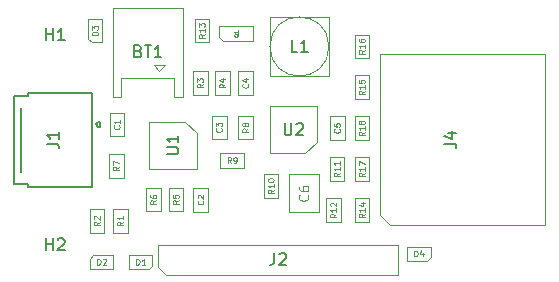
<source format=gbr>
%TF.GenerationSoftware,KiCad,Pcbnew,(5.99.0-10766-geeb405c196)*%
%TF.CreationDate,2021-06-19T10:41:35+04:00*%
%TF.ProjectId,Adafruit-PowerBoost-1000C,41646166-7275-4697-942d-506f77657242,rev?*%
%TF.SameCoordinates,Original*%
%TF.FileFunction,AssemblyDrawing,Top*%
%FSLAX46Y46*%
G04 Gerber Fmt 4.6, Leading zero omitted, Abs format (unit mm)*
G04 Created by KiCad (PCBNEW (5.99.0-10766-geeb405c196)) date 2021-06-19 10:41:35*
%MOMM*%
%LPD*%
G01*
G04 APERTURE LIST*
%ADD10C,0.080000*%
%ADD11C,0.150000*%
%ADD12C,0.120000*%
%ADD13C,0.050000*%
%ADD14C,0.100000*%
G04 APERTURE END LIST*
D10*
%TO.C,C4*%
X119178571Y-83833333D02*
X119202380Y-83857142D01*
X119226190Y-83928571D01*
X119226190Y-83976190D01*
X119202380Y-84047619D01*
X119154761Y-84095238D01*
X119107142Y-84119047D01*
X119011904Y-84142857D01*
X118940476Y-84142857D01*
X118845238Y-84119047D01*
X118797619Y-84095238D01*
X118750000Y-84047619D01*
X118726190Y-83976190D01*
X118726190Y-83928571D01*
X118750000Y-83857142D01*
X118773809Y-83833333D01*
X118892857Y-83404761D02*
X119226190Y-83404761D01*
X118702380Y-83523809D02*
X119059523Y-83642857D01*
X119059523Y-83333333D01*
D11*
%TO.C,L1*%
X123383333Y-81102380D02*
X122907142Y-81102380D01*
X122907142Y-80102380D01*
X124240476Y-81102380D02*
X123669047Y-81102380D01*
X123954761Y-81102380D02*
X123954761Y-80102380D01*
X123859523Y-80245238D01*
X123764285Y-80340476D01*
X123669047Y-80388095D01*
D10*
%TO.C,D2*%
X106430952Y-99126190D02*
X106430952Y-98626190D01*
X106550000Y-98626190D01*
X106621428Y-98650000D01*
X106669047Y-98697619D01*
X106692857Y-98745238D01*
X106716666Y-98840476D01*
X106716666Y-98911904D01*
X106692857Y-99007142D01*
X106669047Y-99054761D01*
X106621428Y-99102380D01*
X106550000Y-99126190D01*
X106430952Y-99126190D01*
X106907142Y-98673809D02*
X106930952Y-98650000D01*
X106978571Y-98626190D01*
X107097619Y-98626190D01*
X107145238Y-98650000D01*
X107169047Y-98673809D01*
X107192857Y-98721428D01*
X107192857Y-98769047D01*
X107169047Y-98840476D01*
X106883333Y-99126190D01*
X107192857Y-99126190D01*
%TO.C,R2*%
X106626190Y-95483333D02*
X106388095Y-95650000D01*
X106626190Y-95769047D02*
X106126190Y-95769047D01*
X106126190Y-95578571D01*
X106150000Y-95530952D01*
X106173809Y-95507142D01*
X106221428Y-95483333D01*
X106292857Y-95483333D01*
X106340476Y-95507142D01*
X106364285Y-95530952D01*
X106388095Y-95578571D01*
X106388095Y-95769047D01*
X106173809Y-95292857D02*
X106150000Y-95269047D01*
X106126190Y-95221428D01*
X106126190Y-95102380D01*
X106150000Y-95054761D01*
X106173809Y-95030952D01*
X106221428Y-95007142D01*
X106269047Y-95007142D01*
X106340476Y-95030952D01*
X106626190Y-95316666D01*
X106626190Y-95007142D01*
%TO.C,R1*%
X108626190Y-95483333D02*
X108388095Y-95650000D01*
X108626190Y-95769047D02*
X108126190Y-95769047D01*
X108126190Y-95578571D01*
X108150000Y-95530952D01*
X108173809Y-95507142D01*
X108221428Y-95483333D01*
X108292857Y-95483333D01*
X108340476Y-95507142D01*
X108364285Y-95530952D01*
X108388095Y-95578571D01*
X108388095Y-95769047D01*
X108626190Y-95007142D02*
X108626190Y-95292857D01*
X108626190Y-95150000D02*
X108126190Y-95150000D01*
X108197619Y-95197619D01*
X108245238Y-95245238D01*
X108269047Y-95292857D01*
D11*
%TO.C,BT1*%
X109914285Y-81028571D02*
X110057142Y-81076190D01*
X110104761Y-81123809D01*
X110152380Y-81219047D01*
X110152380Y-81361904D01*
X110104761Y-81457142D01*
X110057142Y-81504761D01*
X109961904Y-81552380D01*
X109580952Y-81552380D01*
X109580952Y-80552380D01*
X109914285Y-80552380D01*
X110009523Y-80600000D01*
X110057142Y-80647619D01*
X110104761Y-80742857D01*
X110104761Y-80838095D01*
X110057142Y-80933333D01*
X110009523Y-80980952D01*
X109914285Y-81028571D01*
X109580952Y-81028571D01*
X110438095Y-80552380D02*
X111009523Y-80552380D01*
X110723809Y-81552380D02*
X110723809Y-80552380D01*
X111866666Y-81552380D02*
X111295238Y-81552380D01*
X111580952Y-81552380D02*
X111580952Y-80552380D01*
X111485714Y-80695238D01*
X111390476Y-80790476D01*
X111295238Y-80838095D01*
D10*
%TO.C,R15*%
X129076190Y-84424553D02*
X128838095Y-84591220D01*
X129076190Y-84710267D02*
X128576190Y-84710267D01*
X128576190Y-84519791D01*
X128600000Y-84472172D01*
X128623809Y-84448363D01*
X128671428Y-84424553D01*
X128742857Y-84424553D01*
X128790476Y-84448363D01*
X128814285Y-84472172D01*
X128838095Y-84519791D01*
X128838095Y-84710267D01*
X129076190Y-83948363D02*
X129076190Y-84234077D01*
X129076190Y-84091220D02*
X128576190Y-84091220D01*
X128647619Y-84138839D01*
X128695238Y-84186458D01*
X128719047Y-84234077D01*
X128576190Y-83495982D02*
X128576190Y-83734077D01*
X128814285Y-83757886D01*
X128790476Y-83734077D01*
X128766666Y-83686458D01*
X128766666Y-83567410D01*
X128790476Y-83519791D01*
X128814285Y-83495982D01*
X128861904Y-83472172D01*
X128980952Y-83472172D01*
X129028571Y-83495982D01*
X129052380Y-83519791D01*
X129076190Y-83567410D01*
X129076190Y-83686458D01*
X129052380Y-83734077D01*
X129028571Y-83757886D01*
%TO.C,R12*%
X126676190Y-94821428D02*
X126438095Y-94988095D01*
X126676190Y-95107142D02*
X126176190Y-95107142D01*
X126176190Y-94916666D01*
X126200000Y-94869047D01*
X126223809Y-94845238D01*
X126271428Y-94821428D01*
X126342857Y-94821428D01*
X126390476Y-94845238D01*
X126414285Y-94869047D01*
X126438095Y-94916666D01*
X126438095Y-95107142D01*
X126676190Y-94345238D02*
X126676190Y-94630952D01*
X126676190Y-94488095D02*
X126176190Y-94488095D01*
X126247619Y-94535714D01*
X126295238Y-94583333D01*
X126319047Y-94630952D01*
X126223809Y-94154761D02*
X126200000Y-94130952D01*
X126176190Y-94083333D01*
X126176190Y-93964285D01*
X126200000Y-93916666D01*
X126223809Y-93892857D01*
X126271428Y-93869047D01*
X126319047Y-93869047D01*
X126390476Y-93892857D01*
X126676190Y-94178571D01*
X126676190Y-93869047D01*
%TO.C,R8*%
X119226190Y-87583333D02*
X118988095Y-87750000D01*
X119226190Y-87869047D02*
X118726190Y-87869047D01*
X118726190Y-87678571D01*
X118750000Y-87630952D01*
X118773809Y-87607142D01*
X118821428Y-87583333D01*
X118892857Y-87583333D01*
X118940476Y-87607142D01*
X118964285Y-87630952D01*
X118988095Y-87678571D01*
X118988095Y-87869047D01*
X118940476Y-87297619D02*
X118916666Y-87345238D01*
X118892857Y-87369047D01*
X118845238Y-87392857D01*
X118821428Y-87392857D01*
X118773809Y-87369047D01*
X118750000Y-87345238D01*
X118726190Y-87297619D01*
X118726190Y-87202380D01*
X118750000Y-87154761D01*
X118773809Y-87130952D01*
X118821428Y-87107142D01*
X118845238Y-87107142D01*
X118892857Y-87130952D01*
X118916666Y-87154761D01*
X118940476Y-87202380D01*
X118940476Y-87297619D01*
X118964285Y-87345238D01*
X118988095Y-87369047D01*
X119035714Y-87392857D01*
X119130952Y-87392857D01*
X119178571Y-87369047D01*
X119202380Y-87345238D01*
X119226190Y-87297619D01*
X119226190Y-87202380D01*
X119202380Y-87154761D01*
X119178571Y-87130952D01*
X119130952Y-87107142D01*
X119035714Y-87107142D01*
X118988095Y-87130952D01*
X118964285Y-87154761D01*
X118940476Y-87202380D01*
%TO.C,R18*%
X129076190Y-87890178D02*
X128838095Y-88056845D01*
X129076190Y-88175892D02*
X128576190Y-88175892D01*
X128576190Y-87985416D01*
X128600000Y-87937797D01*
X128623809Y-87913988D01*
X128671428Y-87890178D01*
X128742857Y-87890178D01*
X128790476Y-87913988D01*
X128814285Y-87937797D01*
X128838095Y-87985416D01*
X128838095Y-88175892D01*
X129076190Y-87413988D02*
X129076190Y-87699702D01*
X129076190Y-87556845D02*
X128576190Y-87556845D01*
X128647619Y-87604464D01*
X128695238Y-87652083D01*
X128719047Y-87699702D01*
X128790476Y-87128273D02*
X128766666Y-87175892D01*
X128742857Y-87199702D01*
X128695238Y-87223511D01*
X128671428Y-87223511D01*
X128623809Y-87199702D01*
X128600000Y-87175892D01*
X128576190Y-87128273D01*
X128576190Y-87033035D01*
X128600000Y-86985416D01*
X128623809Y-86961607D01*
X128671428Y-86937797D01*
X128695238Y-86937797D01*
X128742857Y-86961607D01*
X128766666Y-86985416D01*
X128790476Y-87033035D01*
X128790476Y-87128273D01*
X128814285Y-87175892D01*
X128838095Y-87199702D01*
X128885714Y-87223511D01*
X128980952Y-87223511D01*
X129028571Y-87199702D01*
X129052380Y-87175892D01*
X129076190Y-87128273D01*
X129076190Y-87033035D01*
X129052380Y-86985416D01*
X129028571Y-86961607D01*
X128980952Y-86937797D01*
X128885714Y-86937797D01*
X128838095Y-86961607D01*
X128814285Y-86985416D01*
X128790476Y-87033035D01*
%TO.C,C3*%
X116928571Y-87583333D02*
X116952380Y-87607142D01*
X116976190Y-87678571D01*
X116976190Y-87726190D01*
X116952380Y-87797619D01*
X116904761Y-87845238D01*
X116857142Y-87869047D01*
X116761904Y-87892857D01*
X116690476Y-87892857D01*
X116595238Y-87869047D01*
X116547619Y-87845238D01*
X116500000Y-87797619D01*
X116476190Y-87726190D01*
X116476190Y-87678571D01*
X116500000Y-87607142D01*
X116523809Y-87583333D01*
X116476190Y-87416666D02*
X116476190Y-87107142D01*
X116666666Y-87273809D01*
X116666666Y-87202380D01*
X116690476Y-87154761D01*
X116714285Y-87130952D01*
X116761904Y-87107142D01*
X116880952Y-87107142D01*
X116928571Y-87130952D01*
X116952380Y-87154761D01*
X116976190Y-87202380D01*
X116976190Y-87345238D01*
X116952380Y-87392857D01*
X116928571Y-87416666D01*
%TO.C,R16*%
X129076190Y-80958928D02*
X128838095Y-81125595D01*
X129076190Y-81244642D02*
X128576190Y-81244642D01*
X128576190Y-81054166D01*
X128600000Y-81006547D01*
X128623809Y-80982738D01*
X128671428Y-80958928D01*
X128742857Y-80958928D01*
X128790476Y-80982738D01*
X128814285Y-81006547D01*
X128838095Y-81054166D01*
X128838095Y-81244642D01*
X129076190Y-80482738D02*
X129076190Y-80768452D01*
X129076190Y-80625595D02*
X128576190Y-80625595D01*
X128647619Y-80673214D01*
X128695238Y-80720833D01*
X128719047Y-80768452D01*
X128576190Y-80054166D02*
X128576190Y-80149404D01*
X128600000Y-80197023D01*
X128623809Y-80220833D01*
X128695238Y-80268452D01*
X128790476Y-80292261D01*
X128980952Y-80292261D01*
X129028571Y-80268452D01*
X129052380Y-80244642D01*
X129076190Y-80197023D01*
X129076190Y-80101785D01*
X129052380Y-80054166D01*
X129028571Y-80030357D01*
X128980952Y-80006547D01*
X128861904Y-80006547D01*
X128814285Y-80030357D01*
X128790476Y-80054166D01*
X128766666Y-80101785D01*
X128766666Y-80197023D01*
X128790476Y-80244642D01*
X128814285Y-80268452D01*
X128861904Y-80292261D01*
%TO.C,R3*%
X115376190Y-83833333D02*
X115138095Y-84000000D01*
X115376190Y-84119047D02*
X114876190Y-84119047D01*
X114876190Y-83928571D01*
X114900000Y-83880952D01*
X114923809Y-83857142D01*
X114971428Y-83833333D01*
X115042857Y-83833333D01*
X115090476Y-83857142D01*
X115114285Y-83880952D01*
X115138095Y-83928571D01*
X115138095Y-84119047D01*
X114876190Y-83666666D02*
X114876190Y-83357142D01*
X115066666Y-83523809D01*
X115066666Y-83452380D01*
X115090476Y-83404761D01*
X115114285Y-83380952D01*
X115161904Y-83357142D01*
X115280952Y-83357142D01*
X115328571Y-83380952D01*
X115352380Y-83404761D01*
X115376190Y-83452380D01*
X115376190Y-83595238D01*
X115352380Y-83642857D01*
X115328571Y-83666666D01*
%TO.C,R10*%
X121376190Y-92771428D02*
X121138095Y-92938095D01*
X121376190Y-93057142D02*
X120876190Y-93057142D01*
X120876190Y-92866666D01*
X120900000Y-92819047D01*
X120923809Y-92795238D01*
X120971428Y-92771428D01*
X121042857Y-92771428D01*
X121090476Y-92795238D01*
X121114285Y-92819047D01*
X121138095Y-92866666D01*
X121138095Y-93057142D01*
X121376190Y-92295238D02*
X121376190Y-92580952D01*
X121376190Y-92438095D02*
X120876190Y-92438095D01*
X120947619Y-92485714D01*
X120995238Y-92533333D01*
X121019047Y-92580952D01*
X120876190Y-91985714D02*
X120876190Y-91938095D01*
X120900000Y-91890476D01*
X120923809Y-91866666D01*
X120971428Y-91842857D01*
X121066666Y-91819047D01*
X121185714Y-91819047D01*
X121280952Y-91842857D01*
X121328571Y-91866666D01*
X121352380Y-91890476D01*
X121376190Y-91938095D01*
X121376190Y-91985714D01*
X121352380Y-92033333D01*
X121328571Y-92057142D01*
X121280952Y-92080952D01*
X121185714Y-92104761D01*
X121066666Y-92104761D01*
X120971428Y-92080952D01*
X120923809Y-92057142D01*
X120900000Y-92033333D01*
X120876190Y-91985714D01*
%TO.C,R4*%
X117276190Y-83833333D02*
X117038095Y-84000000D01*
X117276190Y-84119047D02*
X116776190Y-84119047D01*
X116776190Y-83928571D01*
X116800000Y-83880952D01*
X116823809Y-83857142D01*
X116871428Y-83833333D01*
X116942857Y-83833333D01*
X116990476Y-83857142D01*
X117014285Y-83880952D01*
X117038095Y-83928571D01*
X117038095Y-84119047D01*
X116942857Y-83404761D02*
X117276190Y-83404761D01*
X116752380Y-83523809D02*
X117109523Y-83642857D01*
X117109523Y-83333333D01*
%TO.C,R17*%
X129076190Y-91355803D02*
X128838095Y-91522470D01*
X129076190Y-91641517D02*
X128576190Y-91641517D01*
X128576190Y-91451041D01*
X128600000Y-91403422D01*
X128623809Y-91379613D01*
X128671428Y-91355803D01*
X128742857Y-91355803D01*
X128790476Y-91379613D01*
X128814285Y-91403422D01*
X128838095Y-91451041D01*
X128838095Y-91641517D01*
X129076190Y-90879613D02*
X129076190Y-91165327D01*
X129076190Y-91022470D02*
X128576190Y-91022470D01*
X128647619Y-91070089D01*
X128695238Y-91117708D01*
X128719047Y-91165327D01*
X128576190Y-90712946D02*
X128576190Y-90379613D01*
X129076190Y-90593898D01*
%TO.C,R13*%
X115526190Y-79621428D02*
X115288095Y-79788095D01*
X115526190Y-79907142D02*
X115026190Y-79907142D01*
X115026190Y-79716666D01*
X115050000Y-79669047D01*
X115073809Y-79645238D01*
X115121428Y-79621428D01*
X115192857Y-79621428D01*
X115240476Y-79645238D01*
X115264285Y-79669047D01*
X115288095Y-79716666D01*
X115288095Y-79907142D01*
X115526190Y-79145238D02*
X115526190Y-79430952D01*
X115526190Y-79288095D02*
X115026190Y-79288095D01*
X115097619Y-79335714D01*
X115145238Y-79383333D01*
X115169047Y-79430952D01*
X115026190Y-78978571D02*
X115026190Y-78669047D01*
X115216666Y-78835714D01*
X115216666Y-78764285D01*
X115240476Y-78716666D01*
X115264285Y-78692857D01*
X115311904Y-78669047D01*
X115430952Y-78669047D01*
X115478571Y-78692857D01*
X115502380Y-78716666D01*
X115526190Y-78764285D01*
X115526190Y-78907142D01*
X115502380Y-78954761D01*
X115478571Y-78978571D01*
D12*
%TO.C,C6*%
X124235714Y-93203333D02*
X124273809Y-93241428D01*
X124311904Y-93355714D01*
X124311904Y-93431904D01*
X124273809Y-93546190D01*
X124197619Y-93622380D01*
X124121428Y-93660476D01*
X123969047Y-93698571D01*
X123854761Y-93698571D01*
X123702380Y-93660476D01*
X123626190Y-93622380D01*
X123550000Y-93546190D01*
X123511904Y-93431904D01*
X123511904Y-93355714D01*
X123550000Y-93241428D01*
X123588095Y-93203333D01*
X123511904Y-92517619D02*
X123511904Y-92670000D01*
X123550000Y-92746190D01*
X123588095Y-92784285D01*
X123702380Y-92860476D01*
X123854761Y-92898571D01*
X124159523Y-92898571D01*
X124235714Y-92860476D01*
X124273809Y-92822380D01*
X124311904Y-92746190D01*
X124311904Y-92593809D01*
X124273809Y-92517619D01*
X124235714Y-92479523D01*
X124159523Y-92441428D01*
X123969047Y-92441428D01*
X123892857Y-92479523D01*
X123854761Y-92517619D01*
X123816666Y-92593809D01*
X123816666Y-92746190D01*
X123854761Y-92822380D01*
X123892857Y-92860476D01*
X123969047Y-92898571D01*
D11*
%TO.C,J2*%
X121431666Y-98152380D02*
X121431666Y-98866666D01*
X121384047Y-99009523D01*
X121288809Y-99104761D01*
X121145952Y-99152380D01*
X121050714Y-99152380D01*
X121860238Y-98247619D02*
X121907857Y-98200000D01*
X122003095Y-98152380D01*
X122241190Y-98152380D01*
X122336428Y-98200000D01*
X122384047Y-98247619D01*
X122431666Y-98342857D01*
X122431666Y-98438095D01*
X122384047Y-98580952D01*
X121812619Y-99152380D01*
X122431666Y-99152380D01*
%TO.C,U2*%
X122288095Y-87152380D02*
X122288095Y-87961904D01*
X122335714Y-88057142D01*
X122383333Y-88104761D01*
X122478571Y-88152380D01*
X122669047Y-88152380D01*
X122764285Y-88104761D01*
X122811904Y-88057142D01*
X122859523Y-87961904D01*
X122859523Y-87152380D01*
X123288095Y-87247619D02*
X123335714Y-87200000D01*
X123430952Y-87152380D01*
X123669047Y-87152380D01*
X123764285Y-87200000D01*
X123811904Y-87247619D01*
X123859523Y-87342857D01*
X123859523Y-87438095D01*
X123811904Y-87580952D01*
X123240476Y-88152380D01*
X123859523Y-88152380D01*
D10*
%TO.C,R9*%
X117766666Y-90526190D02*
X117600000Y-90288095D01*
X117480952Y-90526190D02*
X117480952Y-90026190D01*
X117671428Y-90026190D01*
X117719047Y-90050000D01*
X117742857Y-90073809D01*
X117766666Y-90121428D01*
X117766666Y-90192857D01*
X117742857Y-90240476D01*
X117719047Y-90264285D01*
X117671428Y-90288095D01*
X117480952Y-90288095D01*
X118004761Y-90526190D02*
X118100000Y-90526190D01*
X118147619Y-90502380D01*
X118171428Y-90478571D01*
X118219047Y-90407142D01*
X118242857Y-90311904D01*
X118242857Y-90121428D01*
X118219047Y-90073809D01*
X118195238Y-90050000D01*
X118147619Y-90026190D01*
X118052380Y-90026190D01*
X118004761Y-90050000D01*
X117980952Y-90073809D01*
X117957142Y-90121428D01*
X117957142Y-90240476D01*
X117980952Y-90288095D01*
X118004761Y-90311904D01*
X118052380Y-90335714D01*
X118147619Y-90335714D01*
X118195238Y-90311904D01*
X118219047Y-90288095D01*
X118242857Y-90240476D01*
D11*
%TO.C,J4*%
X135824880Y-88883333D02*
X136539166Y-88883333D01*
X136682023Y-88930952D01*
X136777261Y-89026190D01*
X136824880Y-89169047D01*
X136824880Y-89264285D01*
X136158214Y-87978571D02*
X136824880Y-87978571D01*
X135777261Y-88216666D02*
X136491547Y-88454761D01*
X136491547Y-87835714D01*
D10*
%TO.C,C1*%
X108278571Y-87333333D02*
X108302380Y-87357142D01*
X108326190Y-87428571D01*
X108326190Y-87476190D01*
X108302380Y-87547619D01*
X108254761Y-87595238D01*
X108207142Y-87619047D01*
X108111904Y-87642857D01*
X108040476Y-87642857D01*
X107945238Y-87619047D01*
X107897619Y-87595238D01*
X107850000Y-87547619D01*
X107826190Y-87476190D01*
X107826190Y-87428571D01*
X107850000Y-87357142D01*
X107873809Y-87333333D01*
X108326190Y-86857142D02*
X108326190Y-87142857D01*
X108326190Y-87000000D02*
X107826190Y-87000000D01*
X107897619Y-87047619D01*
X107945238Y-87095238D01*
X107969047Y-87142857D01*
%TO.C,C2*%
X115378571Y-93703333D02*
X115402380Y-93727142D01*
X115426190Y-93798571D01*
X115426190Y-93846190D01*
X115402380Y-93917619D01*
X115354761Y-93965238D01*
X115307142Y-93989047D01*
X115211904Y-94012857D01*
X115140476Y-94012857D01*
X115045238Y-93989047D01*
X114997619Y-93965238D01*
X114950000Y-93917619D01*
X114926190Y-93846190D01*
X114926190Y-93798571D01*
X114950000Y-93727142D01*
X114973809Y-93703333D01*
X114973809Y-93512857D02*
X114950000Y-93489047D01*
X114926190Y-93441428D01*
X114926190Y-93322380D01*
X114950000Y-93274761D01*
X114973809Y-93250952D01*
X115021428Y-93227142D01*
X115069047Y-93227142D01*
X115140476Y-93250952D01*
X115426190Y-93536666D01*
X115426190Y-93227142D01*
%TO.C,R6*%
X111426190Y-93683333D02*
X111188095Y-93850000D01*
X111426190Y-93969047D02*
X110926190Y-93969047D01*
X110926190Y-93778571D01*
X110950000Y-93730952D01*
X110973809Y-93707142D01*
X111021428Y-93683333D01*
X111092857Y-93683333D01*
X111140476Y-93707142D01*
X111164285Y-93730952D01*
X111188095Y-93778571D01*
X111188095Y-93969047D01*
X110926190Y-93254761D02*
X110926190Y-93350000D01*
X110950000Y-93397619D01*
X110973809Y-93421428D01*
X111045238Y-93469047D01*
X111140476Y-93492857D01*
X111330952Y-93492857D01*
X111378571Y-93469047D01*
X111402380Y-93445238D01*
X111426190Y-93397619D01*
X111426190Y-93302380D01*
X111402380Y-93254761D01*
X111378571Y-93230952D01*
X111330952Y-93207142D01*
X111211904Y-93207142D01*
X111164285Y-93230952D01*
X111140476Y-93254761D01*
X111116666Y-93302380D01*
X111116666Y-93397619D01*
X111140476Y-93445238D01*
X111164285Y-93469047D01*
X111211904Y-93492857D01*
%TO.C,C5*%
X126928571Y-87633333D02*
X126952380Y-87657142D01*
X126976190Y-87728571D01*
X126976190Y-87776190D01*
X126952380Y-87847619D01*
X126904761Y-87895238D01*
X126857142Y-87919047D01*
X126761904Y-87942857D01*
X126690476Y-87942857D01*
X126595238Y-87919047D01*
X126547619Y-87895238D01*
X126500000Y-87847619D01*
X126476190Y-87776190D01*
X126476190Y-87728571D01*
X126500000Y-87657142D01*
X126523809Y-87633333D01*
X126476190Y-87180952D02*
X126476190Y-87419047D01*
X126714285Y-87442857D01*
X126690476Y-87419047D01*
X126666666Y-87371428D01*
X126666666Y-87252380D01*
X126690476Y-87204761D01*
X126714285Y-87180952D01*
X126761904Y-87157142D01*
X126880952Y-87157142D01*
X126928571Y-87180952D01*
X126952380Y-87204761D01*
X126976190Y-87252380D01*
X126976190Y-87371428D01*
X126952380Y-87419047D01*
X126928571Y-87442857D01*
%TO.C,D3*%
X106476190Y-79669047D02*
X105976190Y-79669047D01*
X105976190Y-79550000D01*
X106000000Y-79478571D01*
X106047619Y-79430952D01*
X106095238Y-79407142D01*
X106190476Y-79383333D01*
X106261904Y-79383333D01*
X106357142Y-79407142D01*
X106404761Y-79430952D01*
X106452380Y-79478571D01*
X106476190Y-79550000D01*
X106476190Y-79669047D01*
X105976190Y-79216666D02*
X105976190Y-78907142D01*
X106166666Y-79073809D01*
X106166666Y-79002380D01*
X106190476Y-78954761D01*
X106214285Y-78930952D01*
X106261904Y-78907142D01*
X106380952Y-78907142D01*
X106428571Y-78930952D01*
X106452380Y-78954761D01*
X106476190Y-79002380D01*
X106476190Y-79145238D01*
X106452380Y-79192857D01*
X106428571Y-79216666D01*
%TO.C,R7*%
X108276190Y-90833333D02*
X108038095Y-91000000D01*
X108276190Y-91119047D02*
X107776190Y-91119047D01*
X107776190Y-90928571D01*
X107800000Y-90880952D01*
X107823809Y-90857142D01*
X107871428Y-90833333D01*
X107942857Y-90833333D01*
X107990476Y-90857142D01*
X108014285Y-90880952D01*
X108038095Y-90928571D01*
X108038095Y-91119047D01*
X107776190Y-90666666D02*
X107776190Y-90333333D01*
X108276190Y-90547619D01*
D11*
%TO.C,H2*%
X102088095Y-97902380D02*
X102088095Y-96902380D01*
X102088095Y-97378571D02*
X102659523Y-97378571D01*
X102659523Y-97902380D02*
X102659523Y-96902380D01*
X103088095Y-96997619D02*
X103135714Y-96950000D01*
X103230952Y-96902380D01*
X103469047Y-96902380D01*
X103564285Y-96950000D01*
X103611904Y-96997619D01*
X103659523Y-97092857D01*
X103659523Y-97188095D01*
X103611904Y-97330952D01*
X103040476Y-97902380D01*
X103659523Y-97902380D01*
D10*
%TO.C,R5*%
X113326190Y-93683333D02*
X113088095Y-93850000D01*
X113326190Y-93969047D02*
X112826190Y-93969047D01*
X112826190Y-93778571D01*
X112850000Y-93730952D01*
X112873809Y-93707142D01*
X112921428Y-93683333D01*
X112992857Y-93683333D01*
X113040476Y-93707142D01*
X113064285Y-93730952D01*
X113088095Y-93778571D01*
X113088095Y-93969047D01*
X112826190Y-93230952D02*
X112826190Y-93469047D01*
X113064285Y-93492857D01*
X113040476Y-93469047D01*
X113016666Y-93421428D01*
X113016666Y-93302380D01*
X113040476Y-93254761D01*
X113064285Y-93230952D01*
X113111904Y-93207142D01*
X113230952Y-93207142D01*
X113278571Y-93230952D01*
X113302380Y-93254761D01*
X113326190Y-93302380D01*
X113326190Y-93421428D01*
X113302380Y-93469047D01*
X113278571Y-93492857D01*
%TO.C,D1*%
X109730952Y-99126190D02*
X109730952Y-98626190D01*
X109850000Y-98626190D01*
X109921428Y-98650000D01*
X109969047Y-98697619D01*
X109992857Y-98745238D01*
X110016666Y-98840476D01*
X110016666Y-98911904D01*
X109992857Y-99007142D01*
X109969047Y-99054761D01*
X109921428Y-99102380D01*
X109850000Y-99126190D01*
X109730952Y-99126190D01*
X110492857Y-99126190D02*
X110207142Y-99126190D01*
X110350000Y-99126190D02*
X110350000Y-98626190D01*
X110302380Y-98697619D01*
X110254761Y-98745238D01*
X110207142Y-98769047D01*
D13*
%TO.C,Q1*%
X118375238Y-79580476D02*
X118360000Y-79610952D01*
X118329523Y-79641428D01*
X118283809Y-79687142D01*
X118268571Y-79717619D01*
X118268571Y-79748095D01*
X118344761Y-79732857D02*
X118329523Y-79763333D01*
X118299047Y-79793809D01*
X118238095Y-79809047D01*
X118131428Y-79809047D01*
X118070476Y-79793809D01*
X118040000Y-79763333D01*
X118024761Y-79732857D01*
X118024761Y-79671904D01*
X118040000Y-79641428D01*
X118070476Y-79610952D01*
X118131428Y-79595714D01*
X118238095Y-79595714D01*
X118299047Y-79610952D01*
X118329523Y-79641428D01*
X118344761Y-79671904D01*
X118344761Y-79732857D01*
X118344761Y-79290952D02*
X118344761Y-79473809D01*
X118344761Y-79382380D02*
X118024761Y-79382380D01*
X118070476Y-79412857D01*
X118100952Y-79443333D01*
X118116190Y-79473809D01*
D10*
%TO.C,D4*%
X133280952Y-98426190D02*
X133280952Y-97926190D01*
X133400000Y-97926190D01*
X133471428Y-97950000D01*
X133519047Y-97997619D01*
X133542857Y-98045238D01*
X133566666Y-98140476D01*
X133566666Y-98211904D01*
X133542857Y-98307142D01*
X133519047Y-98354761D01*
X133471428Y-98402380D01*
X133400000Y-98426190D01*
X133280952Y-98426190D01*
X133995238Y-98092857D02*
X133995238Y-98426190D01*
X133876190Y-97902380D02*
X133757142Y-98259523D01*
X134066666Y-98259523D01*
D11*
%TO.C,U1*%
X112302380Y-89761904D02*
X113111904Y-89761904D01*
X113207142Y-89714285D01*
X113254761Y-89666666D01*
X113302380Y-89571428D01*
X113302380Y-89380952D01*
X113254761Y-89285714D01*
X113207142Y-89238095D01*
X113111904Y-89190476D01*
X112302380Y-89190476D01*
X113302380Y-88190476D02*
X113302380Y-88761904D01*
X113302380Y-88476190D02*
X112302380Y-88476190D01*
X112445238Y-88571428D01*
X112540476Y-88666666D01*
X112588095Y-88761904D01*
D10*
%TO.C,R11*%
X126946190Y-91321428D02*
X126708095Y-91488095D01*
X126946190Y-91607142D02*
X126446190Y-91607142D01*
X126446190Y-91416666D01*
X126470000Y-91369047D01*
X126493809Y-91345238D01*
X126541428Y-91321428D01*
X126612857Y-91321428D01*
X126660476Y-91345238D01*
X126684285Y-91369047D01*
X126708095Y-91416666D01*
X126708095Y-91607142D01*
X126946190Y-90845238D02*
X126946190Y-91130952D01*
X126946190Y-90988095D02*
X126446190Y-90988095D01*
X126517619Y-91035714D01*
X126565238Y-91083333D01*
X126589047Y-91130952D01*
X126946190Y-90369047D02*
X126946190Y-90654761D01*
X126946190Y-90511904D02*
X126446190Y-90511904D01*
X126517619Y-90559523D01*
X126565238Y-90607142D01*
X126589047Y-90654761D01*
D11*
%TO.C,J1*%
X102152380Y-88883333D02*
X102866666Y-88883333D01*
X103009523Y-88930952D01*
X103104761Y-89026190D01*
X103152380Y-89169047D01*
X103152380Y-89264285D01*
X103152380Y-87883333D02*
X103152380Y-88454761D01*
X103152380Y-88169047D02*
X102152380Y-88169047D01*
X102295238Y-88264285D01*
X102390476Y-88359523D01*
X102438095Y-88454761D01*
%TO.C,H1*%
X102088095Y-80102380D02*
X102088095Y-79102380D01*
X102088095Y-79578571D02*
X102659523Y-79578571D01*
X102659523Y-80102380D02*
X102659523Y-79102380D01*
X103659523Y-80102380D02*
X103088095Y-80102380D01*
X103373809Y-80102380D02*
X103373809Y-79102380D01*
X103278571Y-79245238D01*
X103183333Y-79340476D01*
X103088095Y-79388095D01*
D10*
%TO.C,R14*%
X129076190Y-94821428D02*
X128838095Y-94988095D01*
X129076190Y-95107142D02*
X128576190Y-95107142D01*
X128576190Y-94916666D01*
X128600000Y-94869047D01*
X128623809Y-94845238D01*
X128671428Y-94821428D01*
X128742857Y-94821428D01*
X128790476Y-94845238D01*
X128814285Y-94869047D01*
X128838095Y-94916666D01*
X128838095Y-95107142D01*
X129076190Y-94345238D02*
X129076190Y-94630952D01*
X129076190Y-94488095D02*
X128576190Y-94488095D01*
X128647619Y-94535714D01*
X128695238Y-94583333D01*
X128719047Y-94630952D01*
X128742857Y-93916666D02*
X129076190Y-93916666D01*
X128552380Y-94035714D02*
X128909523Y-94154761D01*
X128909523Y-93845238D01*
D14*
%TO.C,C4*%
X118375000Y-84750000D02*
X118375000Y-82750000D01*
X118375000Y-82750000D02*
X119625000Y-82750000D01*
X119625000Y-82750000D02*
X119625000Y-84750000D01*
X119625000Y-84750000D02*
X118375000Y-84750000D01*
%TO.C,L1*%
X126050000Y-83150000D02*
X121050000Y-83150000D01*
X126050000Y-78150000D02*
X126050000Y-83150000D01*
X121050000Y-83150000D02*
X121050000Y-78150000D01*
X121050000Y-78150000D02*
X126050000Y-78150000D01*
X126050000Y-80650000D02*
G75*
G03*
X126050000Y-80650000I-2500000J0D01*
G01*
%TO.C,D2*%
X107800000Y-98300000D02*
X106100000Y-98300000D01*
X105800000Y-98600000D02*
X105800000Y-99500000D01*
X106100000Y-98300000D02*
X105800000Y-98600000D01*
X107800000Y-99500000D02*
X107800000Y-98300000D01*
X105800000Y-99500000D02*
X107800000Y-99500000D01*
%TO.C,R2*%
X105775000Y-94400000D02*
X107025000Y-94400000D01*
X107025000Y-94400000D02*
X107025000Y-96400000D01*
X107025000Y-96400000D02*
X105775000Y-96400000D01*
X105775000Y-96400000D02*
X105775000Y-94400000D01*
%TO.C,R1*%
X107775000Y-94400000D02*
X109025000Y-94400000D01*
X109025000Y-94400000D02*
X109025000Y-96400000D01*
X109025000Y-96400000D02*
X107775000Y-96400000D01*
X107775000Y-96400000D02*
X107775000Y-94400000D01*
%TO.C,BT1*%
X111200000Y-82225000D02*
X111700000Y-82725000D01*
X107750000Y-84950000D02*
X108450000Y-84950000D01*
X108450000Y-83350000D02*
X112950000Y-83350000D01*
X113650000Y-77350000D02*
X107750000Y-77350000D01*
X111700000Y-82725000D02*
X112200000Y-82225000D01*
X112200000Y-82225000D02*
X111200000Y-82225000D01*
X107750000Y-77350000D02*
X107750000Y-84950000D01*
X112950000Y-83350000D02*
X112950000Y-84950000D01*
X108450000Y-84950000D02*
X108450000Y-83350000D01*
X113650000Y-84950000D02*
X113650000Y-77350000D01*
X112950000Y-84950000D02*
X113650000Y-84950000D01*
%TO.C,R15*%
X128225000Y-83103125D02*
X129475000Y-83103125D01*
X129475000Y-83103125D02*
X129475000Y-85103125D01*
X128225000Y-85103125D02*
X128225000Y-83103125D01*
X129475000Y-85103125D02*
X128225000Y-85103125D01*
%TO.C,R12*%
X127075000Y-93500000D02*
X127075000Y-95500000D01*
X127075000Y-95500000D02*
X125825000Y-95500000D01*
X125825000Y-95500000D02*
X125825000Y-93500000D01*
X125825000Y-93500000D02*
X127075000Y-93500000D01*
%TO.C,R8*%
X119625000Y-88500000D02*
X118375000Y-88500000D01*
X118375000Y-86500000D02*
X119625000Y-86500000D01*
X118375000Y-88500000D02*
X118375000Y-86500000D01*
X119625000Y-86500000D02*
X119625000Y-88500000D01*
%TO.C,R18*%
X128225000Y-86568750D02*
X129475000Y-86568750D01*
X128225000Y-88568750D02*
X128225000Y-86568750D01*
X129475000Y-86568750D02*
X129475000Y-88568750D01*
X129475000Y-88568750D02*
X128225000Y-88568750D01*
%TO.C,C3*%
X116125000Y-86500000D02*
X117375000Y-86500000D01*
X117375000Y-88500000D02*
X116125000Y-88500000D01*
X116125000Y-88500000D02*
X116125000Y-86500000D01*
X117375000Y-86500000D02*
X117375000Y-88500000D01*
%TO.C,R16*%
X128225000Y-79637500D02*
X129475000Y-79637500D01*
X129475000Y-79637500D02*
X129475000Y-81637500D01*
X129475000Y-81637500D02*
X128225000Y-81637500D01*
X128225000Y-81637500D02*
X128225000Y-79637500D01*
%TO.C,R3*%
X115775000Y-84750000D02*
X114525000Y-84750000D01*
X115775000Y-82750000D02*
X115775000Y-84750000D01*
X114525000Y-82750000D02*
X115775000Y-82750000D01*
X114525000Y-84750000D02*
X114525000Y-82750000D01*
%TO.C,R10*%
X120525000Y-93450000D02*
X120525000Y-91450000D01*
X120525000Y-91450000D02*
X121775000Y-91450000D01*
X121775000Y-91450000D02*
X121775000Y-93450000D01*
X121775000Y-93450000D02*
X120525000Y-93450000D01*
%TO.C,R4*%
X117675000Y-82750000D02*
X117675000Y-84750000D01*
X116425000Y-84750000D02*
X116425000Y-82750000D01*
X116425000Y-82750000D02*
X117675000Y-82750000D01*
X117675000Y-84750000D02*
X116425000Y-84750000D01*
%TO.C,R17*%
X129475000Y-90034375D02*
X129475000Y-92034375D01*
X128225000Y-90034375D02*
X129475000Y-90034375D01*
X128225000Y-92034375D02*
X128225000Y-90034375D01*
X129475000Y-92034375D02*
X128225000Y-92034375D01*
%TO.C,R13*%
X115925000Y-80300000D02*
X114675000Y-80300000D01*
X115925000Y-78300000D02*
X115925000Y-80300000D01*
X114675000Y-80300000D02*
X114675000Y-78300000D01*
X114675000Y-78300000D02*
X115925000Y-78300000D01*
%TO.C,C6*%
X122700000Y-94670000D02*
X122700000Y-91470000D01*
X122700000Y-91470000D02*
X125200000Y-91470000D01*
X125200000Y-91470000D02*
X125200000Y-94670000D01*
X125200000Y-94670000D02*
X122700000Y-94670000D01*
%TO.C,J2*%
X111605000Y-99335000D02*
X111605000Y-97430000D01*
X131925000Y-99970000D02*
X112240000Y-99970000D01*
X112240000Y-99970000D02*
X111605000Y-99335000D01*
X131925000Y-97430000D02*
X131925000Y-99970000D01*
X111605000Y-97430000D02*
X131925000Y-97430000D01*
%TO.C,U2*%
X125050000Y-88700000D02*
X124050000Y-89700000D01*
X124050000Y-89700000D02*
X121050000Y-89700000D01*
X125050000Y-85700000D02*
X125050000Y-88700000D01*
X121050000Y-85700000D02*
X125050000Y-85700000D01*
X121050000Y-89700000D02*
X121050000Y-85700000D01*
%TO.C,R9*%
X116850000Y-90925000D02*
X116850000Y-89675000D01*
X118850000Y-90925000D02*
X116850000Y-90925000D01*
X116850000Y-89675000D02*
X118850000Y-89675000D01*
X118850000Y-89675000D02*
X118850000Y-90925000D01*
%TO.C,J4*%
X131242500Y-95800000D02*
X144362500Y-95800000D01*
X130362500Y-94920000D02*
X131242500Y-95800000D01*
X130362500Y-94920000D02*
X130362500Y-81300000D01*
X144362500Y-95800000D02*
X144362500Y-81300000D01*
X130362500Y-81300000D02*
X144362500Y-81300000D01*
%TO.C,C1*%
X108725000Y-86250000D02*
X108725000Y-88250000D01*
X107475000Y-88250000D02*
X107475000Y-86250000D01*
X107475000Y-86250000D02*
X108725000Y-86250000D01*
X108725000Y-88250000D02*
X107475000Y-88250000D01*
%TO.C,C2*%
X114575000Y-94620000D02*
X114575000Y-92620000D01*
X115825000Y-94620000D02*
X114575000Y-94620000D01*
X114575000Y-92620000D02*
X115825000Y-92620000D01*
X115825000Y-92620000D02*
X115825000Y-94620000D01*
%TO.C,R6*%
X110575000Y-92600000D02*
X111825000Y-92600000D01*
X111825000Y-92600000D02*
X111825000Y-94600000D01*
X110575000Y-94600000D02*
X110575000Y-92600000D01*
X111825000Y-94600000D02*
X110575000Y-94600000D01*
%TO.C,C5*%
X126125000Y-86550000D02*
X127375000Y-86550000D01*
X127375000Y-86550000D02*
X127375000Y-88550000D01*
X126125000Y-88550000D02*
X126125000Y-86550000D01*
X127375000Y-88550000D02*
X126125000Y-88550000D01*
%TO.C,D3*%
X106850000Y-80300000D02*
X106850000Y-78300000D01*
X105650000Y-78300000D02*
X105650000Y-80000000D01*
X105650000Y-80000000D02*
X105950000Y-80300000D01*
X106850000Y-78300000D02*
X105650000Y-78300000D01*
X105950000Y-80300000D02*
X106850000Y-80300000D01*
%TO.C,R7*%
X107425000Y-91750000D02*
X107425000Y-89750000D01*
X108675000Y-89750000D02*
X108675000Y-91750000D01*
X108675000Y-91750000D02*
X107425000Y-91750000D01*
X107425000Y-89750000D02*
X108675000Y-89750000D01*
%TO.C,R5*%
X112475000Y-92600000D02*
X113725000Y-92600000D01*
X113725000Y-94600000D02*
X112475000Y-94600000D01*
X113725000Y-92600000D02*
X113725000Y-94600000D01*
X112475000Y-94600000D02*
X112475000Y-92600000D01*
%TO.C,D1*%
X111100000Y-99200000D02*
X111100000Y-98300000D01*
X109100000Y-98300000D02*
X109100000Y-99500000D01*
X110800000Y-99500000D02*
X111100000Y-99200000D01*
X111100000Y-98300000D02*
X109100000Y-98300000D01*
X109100000Y-99500000D02*
X110800000Y-99500000D01*
%TO.C,Q1*%
X119650000Y-78900000D02*
X119650000Y-80200000D01*
X119650000Y-80200000D02*
X117075000Y-80200000D01*
X117075000Y-80200000D02*
X116750000Y-79875000D01*
X116750000Y-79875000D02*
X116750000Y-78900000D01*
X116750000Y-78900000D02*
X119650000Y-78900000D01*
%TO.C,D4*%
X134650000Y-98500000D02*
X134650000Y-97600000D01*
X134350000Y-98800000D02*
X134650000Y-98500000D01*
X132650000Y-98800000D02*
X134350000Y-98800000D01*
X132650000Y-97600000D02*
X132650000Y-98800000D01*
X134650000Y-97600000D02*
X132650000Y-97600000D01*
%TO.C,U1*%
X110850000Y-91000000D02*
X110850000Y-87000000D01*
X113850000Y-87000000D02*
X114850000Y-88000000D01*
X110850000Y-87000000D02*
X113850000Y-87000000D01*
X114850000Y-91000000D02*
X110850000Y-91000000D01*
X114850000Y-88000000D02*
X114850000Y-91000000D01*
%TO.C,R11*%
X127345000Y-90000000D02*
X127345000Y-92000000D01*
X127345000Y-92000000D02*
X126095000Y-92000000D01*
X126095000Y-90000000D02*
X127345000Y-90000000D01*
X126095000Y-92000000D02*
X126095000Y-90000000D01*
D11*
%TO.C,J1*%
X106300000Y-87250000D02*
X106475000Y-87025000D01*
X99400000Y-84850000D02*
X99400000Y-92250000D01*
X106475000Y-87475000D02*
X106300000Y-87250000D01*
X106700000Y-87025000D02*
X106700000Y-87475000D01*
X99400000Y-92250000D02*
X100600000Y-92250000D01*
X106475000Y-87025000D02*
X106700000Y-87025000D01*
X100600000Y-92550000D02*
X106000000Y-92550000D01*
X106000000Y-92550000D02*
X106000000Y-84550000D01*
X100600000Y-92250000D02*
X100600000Y-92550000D01*
X106000000Y-84550000D02*
X100600000Y-84550000D01*
X106700000Y-87475000D02*
X106475000Y-87475000D01*
X100600000Y-84850000D02*
X99400000Y-84850000D01*
X100600000Y-84550000D02*
X100600000Y-84850000D01*
X100000000Y-85850000D02*
X100000000Y-91250000D01*
D14*
%TO.C,R14*%
X128225000Y-93500000D02*
X129475000Y-93500000D01*
X129475000Y-93500000D02*
X129475000Y-95500000D01*
X128225000Y-95500000D02*
X128225000Y-93500000D01*
X129475000Y-95500000D02*
X128225000Y-95500000D01*
%TD*%
M02*

</source>
